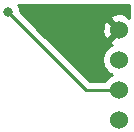
<source format=gbr>
G04 #@! TF.GenerationSoftware,KiCad,Pcbnew,(5.1.5)-3*
G04 #@! TF.CreationDate,2020-12-21T13:16:17+01:00*
G04 #@! TF.ProjectId,epimetheus_si7021,6570696d-6574-4686-9575-735f73693730,rev?*
G04 #@! TF.SameCoordinates,Original*
G04 #@! TF.FileFunction,Copper,L2,Bot*
G04 #@! TF.FilePolarity,Positive*
%FSLAX46Y46*%
G04 Gerber Fmt 4.6, Leading zero omitted, Abs format (unit mm)*
G04 Created by KiCad (PCBNEW (5.1.5)-3) date 2020-12-21 13:16:17*
%MOMM*%
%LPD*%
G04 APERTURE LIST*
%ADD10C,1.524000*%
%ADD11C,0.800000*%
%ADD12C,0.250000*%
%ADD13C,0.254000*%
G04 APERTURE END LIST*
D10*
X178816000Y-27432000D03*
X178816000Y-29972000D03*
X178816000Y-32512000D03*
X178816000Y-35052000D03*
D11*
X176276000Y-30988000D03*
X169418000Y-25908000D03*
D12*
X178816000Y-32512000D02*
X176022000Y-32512000D01*
X176022000Y-32512000D02*
X169418000Y-25908000D01*
D13*
G36*
X179680001Y-26388391D02*
G01*
X179601959Y-26466433D01*
X179534980Y-26226344D01*
X179285952Y-26109244D01*
X179018865Y-26042977D01*
X178743983Y-26030090D01*
X178471867Y-26071078D01*
X178212977Y-26164364D01*
X178097020Y-26226344D01*
X178030040Y-26466435D01*
X178816000Y-27252395D01*
X178830143Y-27238253D01*
X179009748Y-27417858D01*
X178995605Y-27432000D01*
X179009748Y-27446143D01*
X178830143Y-27625748D01*
X178816000Y-27611605D01*
X178030040Y-28397565D01*
X178097020Y-28637656D01*
X178232760Y-28701485D01*
X178154273Y-28733995D01*
X177925465Y-28886880D01*
X177730880Y-29081465D01*
X177577995Y-29310273D01*
X177472686Y-29564510D01*
X177419000Y-29834408D01*
X177419000Y-30109592D01*
X177472686Y-30379490D01*
X177577995Y-30633727D01*
X177730880Y-30862535D01*
X177925465Y-31057120D01*
X178154273Y-31210005D01*
X178231515Y-31242000D01*
X178154273Y-31273995D01*
X177925465Y-31426880D01*
X177730880Y-31621465D01*
X177643659Y-31752000D01*
X176336802Y-31752000D01*
X172088819Y-27504017D01*
X177414090Y-27504017D01*
X177455078Y-27776133D01*
X177548364Y-28035023D01*
X177610344Y-28150980D01*
X177850435Y-28217960D01*
X178636395Y-27432000D01*
X177850435Y-26646040D01*
X177610344Y-26713020D01*
X177493244Y-26962048D01*
X177426977Y-27229135D01*
X177414090Y-27504017D01*
X172088819Y-27504017D01*
X170453000Y-25868199D01*
X170453000Y-25806061D01*
X170413226Y-25606102D01*
X170335205Y-25417744D01*
X170255195Y-25298000D01*
X179680001Y-25298000D01*
X179680001Y-26388391D01*
G37*
X179680001Y-26388391D02*
X179601959Y-26466433D01*
X179534980Y-26226344D01*
X179285952Y-26109244D01*
X179018865Y-26042977D01*
X178743983Y-26030090D01*
X178471867Y-26071078D01*
X178212977Y-26164364D01*
X178097020Y-26226344D01*
X178030040Y-26466435D01*
X178816000Y-27252395D01*
X178830143Y-27238253D01*
X179009748Y-27417858D01*
X178995605Y-27432000D01*
X179009748Y-27446143D01*
X178830143Y-27625748D01*
X178816000Y-27611605D01*
X178030040Y-28397565D01*
X178097020Y-28637656D01*
X178232760Y-28701485D01*
X178154273Y-28733995D01*
X177925465Y-28886880D01*
X177730880Y-29081465D01*
X177577995Y-29310273D01*
X177472686Y-29564510D01*
X177419000Y-29834408D01*
X177419000Y-30109592D01*
X177472686Y-30379490D01*
X177577995Y-30633727D01*
X177730880Y-30862535D01*
X177925465Y-31057120D01*
X178154273Y-31210005D01*
X178231515Y-31242000D01*
X178154273Y-31273995D01*
X177925465Y-31426880D01*
X177730880Y-31621465D01*
X177643659Y-31752000D01*
X176336802Y-31752000D01*
X172088819Y-27504017D01*
X177414090Y-27504017D01*
X177455078Y-27776133D01*
X177548364Y-28035023D01*
X177610344Y-28150980D01*
X177850435Y-28217960D01*
X178636395Y-27432000D01*
X177850435Y-26646040D01*
X177610344Y-26713020D01*
X177493244Y-26962048D01*
X177426977Y-27229135D01*
X177414090Y-27504017D01*
X172088819Y-27504017D01*
X170453000Y-25868199D01*
X170453000Y-25806061D01*
X170413226Y-25606102D01*
X170335205Y-25417744D01*
X170255195Y-25298000D01*
X179680001Y-25298000D01*
X179680001Y-26388391D01*
M02*

</source>
